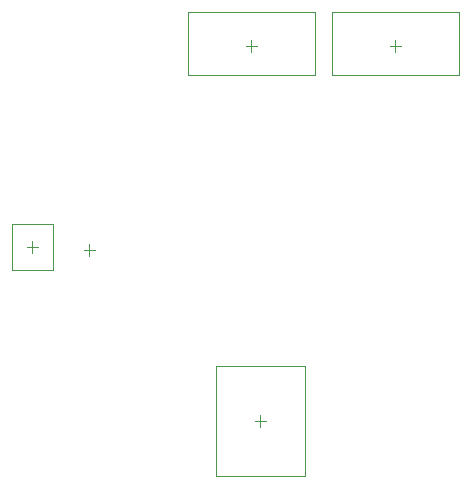
<source format=gbr>
%FSDAX24Y24*%
%MOIN*%
%SFA1B1*%

%IPPOS*%
%ADD59C,0.003900*%
%ADD60C,0.002000*%
%LNde-060418_mechanical_15-1*%
%LPD*%
G54D59*
X008900Y005703D02*
Y006097D01*
X008703Y005900D02*
X009097D01*
X007424Y004069D02*
X010376D01*
X007424Y007731D02*
X010376D01*
Y004069D02*
Y007731D01*
X007424Y004069D02*
Y007731D01*
X003003Y011600D02*
X003397D01*
X003200Y011403D02*
Y011797D01*
X000611Y012468D02*
X001989D01*
X000611Y010932D02*
X001989D01*
Y012468*
X000611Y010932D02*
Y012468D01*
X001300Y011503D02*
Y011897D01*
X001103Y011700D02*
X001497D01*
X008403Y018400D02*
X008797D01*
X008600Y018203D02*
Y018597D01*
X013203Y018400D02*
X013597D01*
X013400Y018203D02*
Y018597D01*
G54D60*
X010726Y017431D02*
Y019538D01*
X006474Y017431D02*
Y019538D01*
X010726*
X006474Y017431D02*
X010726D01*
X015526D02*
Y019538D01*
X011274Y017431D02*
Y019538D01*
X015526*
X011274Y017431D02*
X015526D01*
M02*
</source>
